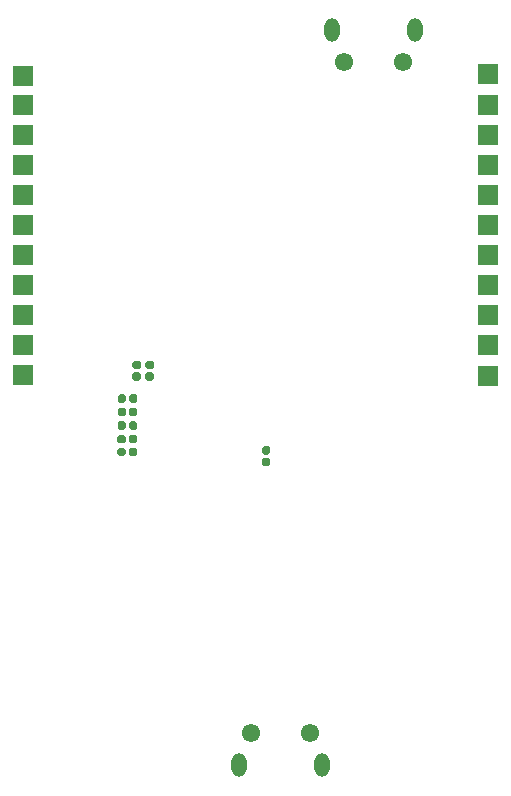
<source format=gbr>
%TF.GenerationSoftware,KiCad,Pcbnew,(5.1.6)-1*%
%TF.CreationDate,2022-06-15T11:31:04-05:00*%
%TF.ProjectId,ESP32-S2_Dev,45535033-322d-4533-925f-4465762e6b69,01*%
%TF.SameCoordinates,Original*%
%TF.FileFunction,Soldermask,Bot*%
%TF.FilePolarity,Negative*%
%FSLAX46Y46*%
G04 Gerber Fmt 4.6, Leading zero omitted, Abs format (unit mm)*
G04 Created by KiCad (PCBNEW (5.1.6)-1) date 2022-06-15 11:31:04*
%MOMM*%
%LPD*%
G01*
G04 APERTURE LIST*
%ADD10R,1.800000X1.800000*%
%ADD11O,1.300000X2.000000*%
%ADD12C,1.550000*%
G04 APERTURE END LIST*
%TO.C,C30*%
G36*
G01*
X120923700Y-107048000D02*
X120528700Y-107048000D01*
G75*
G02*
X120356200Y-106875500I0J172500D01*
G01*
X120356200Y-106530500D01*
G75*
G02*
X120528700Y-106358000I172500J0D01*
G01*
X120923700Y-106358000D01*
G75*
G02*
X121096200Y-106530500I0J-172500D01*
G01*
X121096200Y-106875500D01*
G75*
G02*
X120923700Y-107048000I-172500J0D01*
G01*
G37*
G36*
G01*
X120923700Y-108018000D02*
X120528700Y-108018000D01*
G75*
G02*
X120356200Y-107845500I0J172500D01*
G01*
X120356200Y-107500500D01*
G75*
G02*
X120528700Y-107328000I172500J0D01*
G01*
X120923700Y-107328000D01*
G75*
G02*
X121096200Y-107500500I0J-172500D01*
G01*
X121096200Y-107845500D01*
G75*
G02*
X120923700Y-108018000I-172500J0D01*
G01*
G37*
%TD*%
D10*
%TO.C,IO13*%
X100126800Y-95250000D03*
%TD*%
D11*
%TO.C,UART1*%
X126310000Y-71120000D03*
X133310000Y-71120000D03*
D12*
X127310000Y-73820000D03*
X132310000Y-73820000D03*
%TD*%
D11*
%TO.C,USB1*%
X125420000Y-133350000D03*
X118420000Y-133350000D03*
D12*
X124420000Y-130650000D03*
X119420000Y-130650000D03*
%TD*%
%TO.C,L1*%
G36*
G01*
X109581300Y-100091400D02*
X109976300Y-100091400D01*
G75*
G02*
X110148800Y-100263900I0J-172500D01*
G01*
X110148800Y-100608900D01*
G75*
G02*
X109976300Y-100781400I-172500J0D01*
G01*
X109581300Y-100781400D01*
G75*
G02*
X109408800Y-100608900I0J172500D01*
G01*
X109408800Y-100263900D01*
G75*
G02*
X109581300Y-100091400I172500J0D01*
G01*
G37*
G36*
G01*
X109581300Y-99121400D02*
X109976300Y-99121400D01*
G75*
G02*
X110148800Y-99293900I0J-172500D01*
G01*
X110148800Y-99638900D01*
G75*
G02*
X109976300Y-99811400I-172500J0D01*
G01*
X109581300Y-99811400D01*
G75*
G02*
X109408800Y-99638900I0J172500D01*
G01*
X109408800Y-99293900D01*
G75*
G02*
X109581300Y-99121400I172500J0D01*
G01*
G37*
%TD*%
D10*
%TO.C,DAC1*%
X100126800Y-100330000D03*
%TD*%
%TO.C,IO46*%
X100126800Y-77470000D03*
%TD*%
%TO.C,IO45*%
X100126800Y-74955400D03*
%TD*%
%TO.C,IO42*%
X139522200Y-74853800D03*
%TD*%
%TO.C,IO41*%
X139522200Y-77470000D03*
%TD*%
%TO.C,IO40*%
X139522200Y-80010000D03*
%TD*%
%TO.C,IO39*%
X139522200Y-82550000D03*
%TD*%
%TO.C,IO38*%
X139496800Y-85090000D03*
%TD*%
%TO.C,IO37*%
X139522200Y-87630000D03*
%TD*%
%TO.C,IO36*%
X139522200Y-90170000D03*
%TD*%
%TO.C,IO35*%
X139522200Y-92710000D03*
%TD*%
%TO.C,IO34*%
X139522200Y-95250000D03*
%TD*%
%TO.C,IO33*%
X139522200Y-97790000D03*
%TD*%
%TO.C,IO21*%
X139522200Y-100431600D03*
%TD*%
%TO.C,IO14*%
X100126800Y-97790000D03*
%TD*%
%TO.C,IO11*%
X100126800Y-92710000D03*
%TD*%
%TO.C,IO10*%
X100126800Y-90170000D03*
%TD*%
%TO.C,IO9*%
X100126800Y-87630000D03*
%TD*%
%TO.C,IO8*%
X100126800Y-85090000D03*
%TD*%
%TO.C,IO7*%
X100126800Y-82550000D03*
%TD*%
%TO.C,IO6*%
X100126800Y-80010000D03*
%TD*%
%TO.C,C32*%
G36*
G01*
X110673500Y-100089000D02*
X111068500Y-100089000D01*
G75*
G02*
X111241000Y-100261500I0J-172500D01*
G01*
X111241000Y-100606500D01*
G75*
G02*
X111068500Y-100779000I-172500J0D01*
G01*
X110673500Y-100779000D01*
G75*
G02*
X110501000Y-100606500I0J172500D01*
G01*
X110501000Y-100261500D01*
G75*
G02*
X110673500Y-100089000I172500J0D01*
G01*
G37*
G36*
G01*
X110673500Y-99119000D02*
X111068500Y-99119000D01*
G75*
G02*
X111241000Y-99291500I0J-172500D01*
G01*
X111241000Y-99636500D01*
G75*
G02*
X111068500Y-99809000I-172500J0D01*
G01*
X110673500Y-99809000D01*
G75*
G02*
X110501000Y-99636500I0J172500D01*
G01*
X110501000Y-99291500D01*
G75*
G02*
X110673500Y-99119000I172500J0D01*
G01*
G37*
%TD*%
%TO.C,C28*%
G36*
G01*
X109133800Y-102508700D02*
X109133800Y-102113700D01*
G75*
G02*
X109306300Y-101941200I172500J0D01*
G01*
X109651300Y-101941200D01*
G75*
G02*
X109823800Y-102113700I0J-172500D01*
G01*
X109823800Y-102508700D01*
G75*
G02*
X109651300Y-102681200I-172500J0D01*
G01*
X109306300Y-102681200D01*
G75*
G02*
X109133800Y-102508700I0J172500D01*
G01*
G37*
G36*
G01*
X108163800Y-102508700D02*
X108163800Y-102113700D01*
G75*
G02*
X108336300Y-101941200I172500J0D01*
G01*
X108681300Y-101941200D01*
G75*
G02*
X108853800Y-102113700I0J-172500D01*
G01*
X108853800Y-102508700D01*
G75*
G02*
X108681300Y-102681200I-172500J0D01*
G01*
X108336300Y-102681200D01*
G75*
G02*
X108163800Y-102508700I0J172500D01*
G01*
G37*
%TD*%
%TO.C,C27*%
G36*
G01*
X109131400Y-103651700D02*
X109131400Y-103256700D01*
G75*
G02*
X109303900Y-103084200I172500J0D01*
G01*
X109648900Y-103084200D01*
G75*
G02*
X109821400Y-103256700I0J-172500D01*
G01*
X109821400Y-103651700D01*
G75*
G02*
X109648900Y-103824200I-172500J0D01*
G01*
X109303900Y-103824200D01*
G75*
G02*
X109131400Y-103651700I0J172500D01*
G01*
G37*
G36*
G01*
X108161400Y-103651700D02*
X108161400Y-103256700D01*
G75*
G02*
X108333900Y-103084200I172500J0D01*
G01*
X108678900Y-103084200D01*
G75*
G02*
X108851400Y-103256700I0J-172500D01*
G01*
X108851400Y-103651700D01*
G75*
G02*
X108678900Y-103824200I-172500J0D01*
G01*
X108333900Y-103824200D01*
G75*
G02*
X108161400Y-103651700I0J172500D01*
G01*
G37*
%TD*%
%TO.C,C26*%
G36*
G01*
X109129000Y-104794700D02*
X109129000Y-104399700D01*
G75*
G02*
X109301500Y-104227200I172500J0D01*
G01*
X109646500Y-104227200D01*
G75*
G02*
X109819000Y-104399700I0J-172500D01*
G01*
X109819000Y-104794700D01*
G75*
G02*
X109646500Y-104967200I-172500J0D01*
G01*
X109301500Y-104967200D01*
G75*
G02*
X109129000Y-104794700I0J172500D01*
G01*
G37*
G36*
G01*
X108159000Y-104794700D02*
X108159000Y-104399700D01*
G75*
G02*
X108331500Y-104227200I172500J0D01*
G01*
X108676500Y-104227200D01*
G75*
G02*
X108849000Y-104399700I0J-172500D01*
G01*
X108849000Y-104794700D01*
G75*
G02*
X108676500Y-104967200I-172500J0D01*
G01*
X108331500Y-104967200D01*
G75*
G02*
X108159000Y-104794700I0J172500D01*
G01*
G37*
%TD*%
%TO.C,C24*%
G36*
G01*
X109106000Y-107029900D02*
X109106000Y-106634900D01*
G75*
G02*
X109278500Y-106462400I172500J0D01*
G01*
X109623500Y-106462400D01*
G75*
G02*
X109796000Y-106634900I0J-172500D01*
G01*
X109796000Y-107029900D01*
G75*
G02*
X109623500Y-107202400I-172500J0D01*
G01*
X109278500Y-107202400D01*
G75*
G02*
X109106000Y-107029900I0J172500D01*
G01*
G37*
G36*
G01*
X108136000Y-107029900D02*
X108136000Y-106634900D01*
G75*
G02*
X108308500Y-106462400I172500J0D01*
G01*
X108653500Y-106462400D01*
G75*
G02*
X108826000Y-106634900I0J-172500D01*
G01*
X108826000Y-107029900D01*
G75*
G02*
X108653500Y-107202400I-172500J0D01*
G01*
X108308500Y-107202400D01*
G75*
G02*
X108136000Y-107029900I0J172500D01*
G01*
G37*
%TD*%
%TO.C,C22*%
G36*
G01*
X109108400Y-105937700D02*
X109108400Y-105542700D01*
G75*
G02*
X109280900Y-105370200I172500J0D01*
G01*
X109625900Y-105370200D01*
G75*
G02*
X109798400Y-105542700I0J-172500D01*
G01*
X109798400Y-105937700D01*
G75*
G02*
X109625900Y-106110200I-172500J0D01*
G01*
X109280900Y-106110200D01*
G75*
G02*
X109108400Y-105937700I0J172500D01*
G01*
G37*
G36*
G01*
X108138400Y-105937700D02*
X108138400Y-105542700D01*
G75*
G02*
X108310900Y-105370200I172500J0D01*
G01*
X108655900Y-105370200D01*
G75*
G02*
X108828400Y-105542700I0J-172500D01*
G01*
X108828400Y-105937700D01*
G75*
G02*
X108655900Y-106110200I-172500J0D01*
G01*
X108310900Y-106110200D01*
G75*
G02*
X108138400Y-105937700I0J172500D01*
G01*
G37*
%TD*%
M02*

</source>
